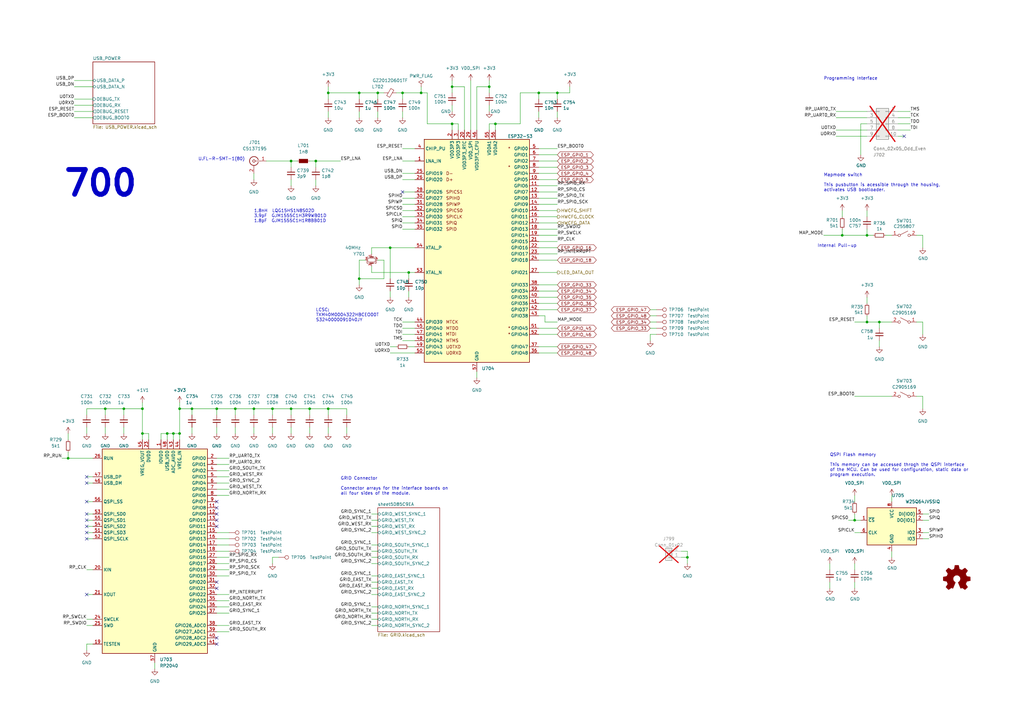
<source format=kicad_sch>
(kicad_sch (version 20231120) (generator "eeschema") (generator_version "8.0")
  (paper "A3")
  (junction (at 88.9 167.64))
  (junction (at 129.54 66.04))
  (junction (at 220.98 38.1))
  (junction (at 71.12 177.8))
  (junction (at 147.32 38.1))
  (junction (at 58.42 177.8))
  (junction (at 172.72 38.1))
  (junction (at 167.64 111.76))
  (junction (at 73.66 177.8))
  (junction (at 147.32 114.3))
  (junction (at 127 167.64))
  (junction (at 73.66 167.64))
  (junction (at 27.94 187.96))
  (junction (at 185.42 50.8))
  (junction (at 350.52 213.36))
  (junction (at 154.94 38.1))
  (junction (at 160.02 101.6))
  (junction (at 355.6 132.08))
  (junction (at 134.62 167.64))
  (junction (at 50.8 167.64))
  (junction (at 119.38 167.64))
  (junction (at 200.66 35.56))
  (junction (at 68.58 177.8))
  (junction (at 96.52 167.64))
  (junction (at 111.76 167.64))
  (junction (at 43.18 167.64))
  (junction (at 104.14 167.64))
  (junction (at 228.6 38.1))
  (junction (at 134.62 38.1))
  (junction (at 58.42 167.64))
  (junction (at 203.2 50.8))
  (junction (at 185.42 35.56))
  (junction (at 78.74 167.64))
  (junction (at 355.6 96.52))
  (junction (at 360.68 132.08))
  (junction (at 345.44 96.52))
  (junction (at 281.94 228.6))
  (junction (at 119.38 66.04))
  (junction (at 165.1 38.1))
  (no_connect (at 370.84 55.88))
  (no_connect (at 165.1 78.74))
  (no_connect (at 35.56 210.82))
  (no_connect (at 35.56 205.74))
  (no_connect (at 35.56 213.36))
  (no_connect (at 35.56 243.84))
  (no_connect (at 35.56 220.98))
  (no_connect (at 35.56 215.9))
  (no_connect (at 35.56 218.44))
  (no_connect (at 35.56 198.12))
  (no_connect (at 35.56 195.58))
  (no_connect (at 88.9 264.16))
  (no_connect (at 88.9 261.62))
  (no_connect (at 88.9 238.76))
  (no_connect (at 88.9 241.3))
  (no_connect (at 88.9 215.9))
  (no_connect (at 88.9 213.36))
  (no_connect (at 88.9 210.82))
  (no_connect (at 88.9 208.28))
  (no_connect (at 88.9 205.74))
  (wire (pts (xy 73.66 167.64) (xy 78.74 167.64)))
  (wire (pts (xy 355.6 121.92) (xy 355.6 124.46)))
  (wire (pts (xy 35.56 198.12) (xy 38.1 198.12)))
  (wire (pts (xy 88.9 218.44) (xy 93.98 218.44)))
  (wire (pts (xy 213.36 38.1) (xy 220.98 38.1)))
  (wire (pts (xy 119.38 175.26) (xy 119.38 177.8)))
  (wire (pts (xy 58.42 180.34) (xy 58.42 177.8)))
  (wire (pts (xy 27.94 187.96) (xy 38.1 187.96)))
  (wire (pts (xy 165.1 93.98) (xy 170.18 93.98)))
  (wire (pts (xy 203.2 50.8) (xy 203.2 53.34)))
  (wire (pts (xy 360.68 139.7) (xy 360.68 142.24)))
  (wire (pts (xy 167.64 111.76) (xy 167.64 114.3)))
  (wire (pts (xy 228.6 38.1) (xy 220.98 38.1)))
  (wire (pts (xy 73.66 180.34) (xy 73.66 177.8)))
  (wire (pts (xy 154.94 228.6) (xy 152.4 228.6)))
  (wire (pts (xy 127 175.26) (xy 127 177.8)))
  (wire (pts (xy 350.52 162.56) (xy 365.76 162.56)))
  (wire (pts (xy 58.42 177.8) (xy 58.42 167.64)))
  (wire (pts (xy 88.9 231.14) (xy 93.98 231.14)))
  (wire (pts (xy 355.6 93.98) (xy 355.6 96.52)))
  (wire (pts (xy 266.7 134.62) (xy 269.24 134.62)))
  (wire (pts (xy 147.32 38.1) (xy 154.94 38.1)))
  (wire (pts (xy 104.14 175.26) (xy 104.14 177.8)))
  (wire (pts (xy 360.68 132.08) (xy 355.6 132.08)))
  (wire (pts (xy 165.1 137.16) (xy 170.18 137.16)))
  (wire (pts (xy 43.18 167.64) (xy 50.8 167.64)))
  (wire (pts (xy 63.5 271.78) (xy 63.5 274.32)))
  (wire (pts (xy 88.9 226.06) (xy 93.98 226.06)))
  (wire (pts (xy 342.9 53.34) (xy 355.6 53.34)))
  (wire (pts (xy 233.68 35.56) (xy 233.68 38.1)))
  (wire (pts (xy 96.52 170.18) (xy 96.52 167.64)))
  (wire (pts (xy 220.98 106.68) (xy 228.6 106.68)))
  (wire (pts (xy 154.94 218.44) (xy 152.4 218.44)))
  (wire (pts (xy 152.4 104.14) (xy 152.4 101.6)))
  (wire (pts (xy 88.9 220.98) (xy 93.98 220.98)))
  (wire (pts (xy 220.98 63.5) (xy 228.6 63.5)))
  (wire (pts (xy 134.62 45.72) (xy 134.62 48.26)))
  (wire (pts (xy 220.98 119.38) (xy 228.6 119.38)))
  (wire (pts (xy 154.94 106.68) (xy 157.48 106.68)))
  (wire (pts (xy 203.2 50.8) (xy 213.36 50.8)))
  (wire (pts (xy 165.1 86.36) (xy 170.18 86.36)))
  (wire (pts (xy 160.02 101.6) (xy 170.18 101.6)))
  (wire (pts (xy 35.56 195.58) (xy 38.1 195.58)))
  (wire (pts (xy 88.9 246.38) (xy 93.98 246.38)))
  (wire (pts (xy 152.4 111.76) (xy 167.64 111.76)))
  (wire (pts (xy 279.4 228.6) (xy 281.94 228.6)))
  (wire (pts (xy 134.62 175.26) (xy 134.62 177.8)))
  (wire (pts (xy 353.06 50.8) (xy 353.06 63.5)))
  (wire (pts (xy 96.52 175.26) (xy 96.52 177.8)))
  (wire (pts (xy 88.9 248.92) (xy 93.98 248.92)))
  (wire (pts (xy 355.6 86.36) (xy 355.6 88.9)))
  (wire (pts (xy 365.76 203.2) (xy 365.76 205.74)))
  (wire (pts (xy 266.7 132.08) (xy 269.24 132.08)))
  (wire (pts (xy 35.56 210.82) (xy 38.1 210.82)))
  (wire (pts (xy 30.48 48.26) (xy 38.1 48.26)))
  (wire (pts (xy 165.1 38.1) (xy 172.72 38.1)))
  (wire (pts (xy 220.98 144.78) (xy 228.6 144.78)))
  (wire (pts (xy 350.52 203.2) (xy 350.52 205.74)))
  (wire (pts (xy 167.64 142.24) (xy 170.18 142.24)))
  (wire (pts (xy 88.9 187.96) (xy 93.98 187.96)))
  (wire (pts (xy 378.46 162.56) (xy 375.92 162.56)))
  (wire (pts (xy 220.98 88.9) (xy 228.6 88.9)))
  (wire (pts (xy 35.56 220.98) (xy 38.1 220.98)))
  (wire (pts (xy 220.98 101.6) (xy 228.6 101.6)))
  (wire (pts (xy 378.46 218.44) (xy 381 218.44)))
  (wire (pts (xy 154.94 45.72) (xy 154.94 48.26)))
  (wire (pts (xy 35.56 213.36) (xy 38.1 213.36)))
  (wire (pts (xy 172.72 38.1) (xy 175.26 38.1)))
  (wire (pts (xy 88.9 259.08) (xy 93.98 259.08)))
  (wire (pts (xy 337.82 96.52) (xy 345.44 96.52)))
  (wire (pts (xy 35.56 233.68) (xy 38.1 233.68)))
  (wire (pts (xy 195.58 35.56) (xy 195.58 53.34)))
  (wire (pts (xy 104.14 170.18) (xy 104.14 167.64)))
  (wire (pts (xy 165.1 83.82) (xy 170.18 83.82)))
  (wire (pts (xy 147.32 106.68) (xy 149.86 106.68)))
  (wire (pts (xy 220.98 129.54) (xy 223.52 129.54)))
  (wire (pts (xy 88.9 223.52) (xy 93.98 223.52)))
  (wire (pts (xy 167.64 119.38) (xy 167.64 121.92)))
  (wire (pts (xy 68.58 177.8) (xy 71.12 177.8)))
  (wire (pts (xy 187.96 53.34) (xy 187.96 50.8)))
  (wire (pts (xy 345.44 93.98) (xy 345.44 96.52)))
  (wire (pts (xy 350.52 231.14) (xy 350.52 233.68)))
  (wire (pts (xy 154.94 223.52) (xy 152.4 223.52)))
  (wire (pts (xy 172.72 35.56) (xy 172.72 38.1)))
  (wire (pts (xy 88.9 200.66) (xy 93.98 200.66)))
  (wire (pts (xy 378.46 96.52) (xy 378.46 101.6)))
  (wire (pts (xy 160.02 142.24) (xy 162.56 142.24)))
  (wire (pts (xy 223.52 132.08) (xy 228.6 132.08)))
  (wire (pts (xy 111.76 167.64) (xy 119.38 167.64)))
  (wire (pts (xy 152.4 101.6) (xy 160.02 101.6)))
  (wire (pts (xy 35.56 175.26) (xy 35.56 177.8)))
  (wire (pts (xy 165.1 91.44) (xy 170.18 91.44)))
  (wire (pts (xy 154.94 241.3) (xy 152.4 241.3)))
  (wire (pts (xy 58.42 165.1) (xy 58.42 167.64)))
  (wire (pts (xy 228.6 60.96) (xy 220.98 60.96)))
  (wire (pts (xy 30.48 40.64) (xy 38.1 40.64)))
  (wire (pts (xy 147.32 114.3) (xy 147.32 116.84)))
  (wire (pts (xy 134.62 167.64) (xy 142.24 167.64)))
  (wire (pts (xy 220.98 83.82) (xy 228.6 83.82)))
  (wire (pts (xy 109.22 66.04) (xy 119.38 66.04)))
  (wire (pts (xy 160.02 144.78) (xy 170.18 144.78)))
  (wire (pts (xy 88.9 198.12) (xy 93.98 198.12)))
  (wire (pts (xy 350.52 213.36) (xy 347.98 213.36)))
  (wire (pts (xy 88.9 228.6) (xy 93.98 228.6)))
  (wire (pts (xy 35.56 256.54) (xy 38.1 256.54)))
  (wire (pts (xy 375.92 96.52) (xy 378.46 96.52)))
  (wire (pts (xy 350.52 132.08) (xy 355.6 132.08)))
  (wire (pts (xy 213.36 38.1) (xy 213.36 50.8)))
  (wire (pts (xy 88.9 170.18) (xy 88.9 167.64)))
  (wire (pts (xy 378.46 210.82) (xy 381 210.82)))
  (wire (pts (xy 281.94 226.06) (xy 279.4 226.06)))
  (wire (pts (xy 73.66 177.8) (xy 73.66 167.64)))
  (wire (pts (xy 165.1 81.28) (xy 170.18 81.28)))
  (wire (pts (xy 154.94 213.36) (xy 152.4 213.36)))
  (wire (pts (xy 355.6 129.54) (xy 355.6 132.08)))
  (wire (pts (xy 228.6 45.72) (xy 228.6 48.26)))
  (wire (pts (xy 353.06 218.44) (xy 350.52 218.44)))
  (wire (pts (xy 165.1 45.72) (xy 165.1 48.26)))
  (wire (pts (xy 190.5 35.56) (xy 190.5 53.34)))
  (wire (pts (xy 368.3 45.72) (xy 373.38 45.72)))
  (wire (pts (xy 30.48 43.18) (xy 38.1 43.18)))
  (wire (pts (xy 30.48 35.56) (xy 38.1 35.56)))
  (wire (pts (xy 185.42 35.56) (xy 185.42 38.1)))
  (wire (pts (xy 266.7 137.16) (xy 269.24 137.16)))
  (wire (pts (xy 88.9 251.46) (xy 93.98 251.46)))
  (wire (pts (xy 370.84 55.88) (xy 368.3 55.88)))
  (wire (pts (xy 35.56 254) (xy 38.1 254)))
  (wire (pts (xy 165.1 60.96) (xy 170.18 60.96)))
  (wire (pts (xy 142.24 175.26) (xy 142.24 177.8)))
  (wire (pts (xy 43.18 170.18) (xy 43.18 167.64)))
  (wire (pts (xy 88.9 203.2) (xy 93.98 203.2)))
  (wire (pts (xy 129.54 66.04) (xy 127 66.04)))
  (wire (pts (xy 200.66 50.8) (xy 203.2 50.8)))
  (wire (pts (xy 111.76 175.26) (xy 111.76 177.8)))
  (wire (pts (xy 200.66 50.8) (xy 200.66 53.34)))
  (wire (pts (xy 119.38 66.04) (xy 121.92 66.04)))
  (wire (pts (xy 154.94 226.06) (xy 152.4 226.06)))
  (wire (pts (xy 160.02 119.38) (xy 160.02 121.92)))
  (wire (pts (xy 88.9 243.84) (xy 93.98 243.84)))
  (wire (pts (xy 88.9 256.54) (xy 93.98 256.54)))
  (wire (pts (xy 154.94 238.76) (xy 152.4 238.76)))
  (wire (pts (xy 165.1 134.62) (xy 170.18 134.62)))
  (wire (pts (xy 154.94 231.14) (xy 152.4 231.14)))
  (wire (pts (xy 378.46 167.64) (xy 378.46 162.56)))
  (wire (pts (xy 88.9 175.26) (xy 88.9 177.8)))
  (wire (pts (xy 147.32 38.1) (xy 147.32 40.64)))
  (wire (pts (xy 281.94 228.6) (xy 281.94 226.06)))
  (wire (pts (xy 185.42 43.18) (xy 185.42 45.72)))
  (wire (pts (xy 119.38 170.18) (xy 119.38 167.64)))
  (wire (pts (xy 38.1 33.02) (xy 30.48 33.02)))
  (wire (pts (xy 104.14 71.12) (xy 104.14 73.66)))
  (wire (pts (xy 68.58 177.8) (xy 68.58 180.34)))
  (wire (pts (xy 35.56 170.18) (xy 35.56 167.64)))
  (wire (pts (xy 154.94 40.64) (xy 154.94 38.1)))
  (wire (pts (xy 185.42 50.8) (xy 175.26 50.8)))
  (wire (pts (xy 368.3 50.8) (xy 373.38 50.8)))
  (wire (pts (xy 220.98 137.16) (xy 228.6 137.16)))
  (wire (pts (xy 165.1 139.7) (xy 170.18 139.7)))
  (wire (pts (xy 154.94 243.84) (xy 152.4 243.84)))
  (wire (pts (xy 71.12 177.8) (xy 71.12 180.34)))
  (wire (pts (xy 342.9 48.26) (xy 355.6 48.26)))
  (wire (pts (xy 88.9 233.68) (xy 93.98 233.68)))
  (wire (pts (xy 378.46 132.08) (xy 375.92 132.08)))
  (wire (pts (xy 154.94 236.22) (xy 152.4 236.22)))
  (wire (pts (xy 233.68 38.1) (xy 228.6 38.1)))
  (wire (pts (xy 35.56 167.64) (xy 43.18 167.64)))
  (wire (pts (xy 88.9 190.5) (xy 93.98 190.5)))
  (wire (pts (xy 342.9 45.72) (xy 355.6 45.72)))
  (wire (pts (xy 340.36 241.3) (xy 340.36 238.76)))
  (wire (pts (xy 60.96 180.34) (xy 60.96 177.8)))
  (wire (pts (xy 30.48 45.72) (xy 38.1 45.72)))
  (wire (pts (xy 281.94 231.14) (xy 281.94 228.6)))
  (wire (pts (xy 96.52 167.64) (xy 104.14 167.64)))
  (wire (pts (xy 104.14 167.64) (xy 111.76 167.64)))
  (wire (pts (xy 27.94 185.42) (xy 27.94 187.96)))
  (wire (pts (xy 190.5 35.56) (xy 185.42 35.56)))
  (wire (pts (xy 220.98 38.1) (xy 220.98 40.64)))
  (wire (pts (xy 340.36 231.14) (xy 340.36 233.68)))
  (wire (pts (xy 35.56 215.9) (xy 38.1 215.9)))
  (wire (pts (xy 43.18 175.26) (xy 43.18 177.8)))
  (wire (pts (xy 165.1 88.9) (xy 170.18 88.9)))
  (wire (pts (xy 35.56 264.16) (xy 35.56 266.7)))
  (wire (pts (xy 127 167.64) (xy 134.62 167.64)))
  (wire (pts (xy 200.66 35.56) (xy 200.66 38.1)))
  (wire (pts (xy 154.94 256.54) (xy 152.4 256.54)))
  (wire (pts (xy 170.18 71.12) (xy 165.1 71.12)))
  (wire (pts (xy 152.4 210.82) (xy 154.94 210.82)))
  (wire (pts (xy 220.98 127) (xy 228.6 127)))
  (wire (pts (xy 152.4 111.76) (xy 152.4 109.22)))
  (wire (pts (xy 220.98 78.74) (xy 228.6 78.74)))
  (wire (pts (xy 147.32 45.72) (xy 147.32 48.26)))
  (wire (pts (xy 365.76 228.6) (xy 365.76 226.06)))
  (wire (pts (xy 220.98 93.98) (xy 228.6 93.98)))
  (wire (pts (xy 185.42 33.02) (xy 185.42 35.56)))
  (wire (pts (xy 134.62 170.18) (xy 134.62 167.64)))
  (wire (pts (xy 345.44 96.52) (xy 355.6 96.52)))
  (wire (pts (xy 154.94 248.92) (xy 152.4 248.92)))
  (wire (pts (xy 154.94 251.46) (xy 152.4 251.46)))
  (wire (pts (xy 50.8 167.64) (xy 58.42 167.64)))
  (wire (pts (xy 142.24 170.18) (xy 142.24 167.64)))
  (wire (pts (xy 220.98 71.12) (xy 228.6 71.12)))
  (wire (pts (xy 88.9 167.64) (xy 96.52 167.64)))
  (wire (pts (xy 378.46 213.36) (xy 381 213.36)))
  (wire (pts (xy 88.9 236.22) (xy 93.98 236.22)))
  (wire (pts (xy 165.1 78.74) (xy 170.18 78.74)))
  (wire (pts (xy 175.26 38.1) (xy 175.26 50.8)))
  (wire (pts (xy 35.56 243.84) (xy 38.1 243.84)))
  (wire (pts (xy 195.58 35.56) (xy 200.66 35.56)))
  (wire (pts (xy 88.9 193.04) (xy 93.98 193.04)))
  (wire (pts (xy 193.04 33.02) (xy 193.04 53.34)))
  (wire (pts (xy 220.98 134.62) (xy 228.6 134.62)))
  (wire (pts (xy 378.46 220.98) (xy 381 220.98)))
  (wire (pts (xy 129.54 66.04) (xy 139.7 66.04)))
  (wire (pts (xy 220.98 81.28) (xy 228.6 81.28)))
  (wire (pts (xy 353.06 50.8) (xy 355.6 50.8)))
  (wire (pts (xy 25.4 187.96) (xy 27.94 187.96)))
  (wire (pts (xy 266.7 129.54) (xy 269.24 129.54)))
  (wire (pts (xy 119.38 66.04) (xy 119.38 68.58)))
  (wire (pts (xy 228.6 38.1) (xy 228.6 40.64)))
  (wire (pts (xy 373.38 48.26) (xy 368.3 48.26)))
  (wire (pts (xy 50.8 167.64) (xy 50.8 170.18)))
  (wire (pts (xy 170.18 73.66) (xy 165.1 73.66)))
  (wire (pts (xy 157.48 114.3) (xy 147.32 114.3)))
  (wire (pts (xy 147.32 114.3) (xy 147.32 106.68)))
  (wire (pts (xy 129.54 68.58) (xy 129.54 66.04)))
  (wire (pts (xy 35.56 205.74) (xy 38.1 205.74)))
  (wire (pts (xy 160.02 101.6) (xy 160.02 114.3)))
  (wire (pts (xy 220.98 86.36) (xy 228.6 86.36)))
  (wire (pts (xy 373.38 53.34) (xy 368.3 53.34)))
  (wire (pts (xy 78.74 175.26) (xy 78.74 177.8)))
  (wire (pts (xy 220.98 116.84) (xy 228.6 116.84)))
  (wire (pts (xy 71.12 177.8) (xy 73.66 177.8)))
  (wire (pts (xy 220.98 68.58) (xy 228.6 68.58)))
  (wire (pts (xy 345.44 86.36) (xy 345.44 88.9)))
  (wire (pts (xy 134.62 35.56) (xy 134.62 38.1)))
  (wire (pts (xy 350.52 241.3) (xy 350.52 238.76)))
  (wire (pts (xy 200.66 33.02) (xy 200.66 35.56)))
  (wire (pts (xy 266.7 139.7) (xy 266.7 137.16)))
  (wire (pts (xy 220.98 96.52) (xy 228.6 96.52)))
  (wire (pts (xy 195.58 152.4) (xy 195.58 154.94)))
  (wire (pts (xy 365.76 132.08) (xy 360.68 132.08)))
  (wire (pts (xy 220.98 111.76) (xy 228.6 111.76)))
  (wire (pts (xy 78.74 167.64) (xy 88.9 167.64)))
  (wire (pts (xy 127 170.18) (xy 127 167.64)))
  (wire (pts (xy 119.38 73.66) (xy 119.38 76.2)))
  (wire (pts (xy 165.1 66.04) (xy 170.18 66.04)))
  (wire (pts (xy 220.98 142.24) (xy 228.6 142.24)))
  (wire (pts (xy 355.6 96.52) (xy 358.14 96.52)))
  (wire (pts (xy 88.9 195.58) (xy 93.98 195.58)))
  (wire (pts (xy 60.96 177.8) (xy 58.42 177.8)))
  (wire (pts (xy 50.8 175.26) (xy 50.8 177.8)))
  (wire (pts (xy 187.96 50.8) (xy 185.42 50.8)))
  (wire (pts (xy 154.94 38.1) (xy 157.48 38.1)))
  (wire (pts (xy 165.1 38.1) (xy 165.1 40.64)))
  (wire (pts (xy 78.74 167.64) (xy 78.74 170.18)))
  (wire (pts (xy 157.48 106.68) (xy 157.48 114.3)))
  (wire (pts (xy 220.98 73.66) (xy 228.6 73.66)))
  (wire (pts (xy 220.98 99.06) (xy 228.6 99.06)))
  (wire (pts (xy 27.94 177.8) (xy 27.94 180.34)))
  (wire (pts (xy 167.64 111.76) (xy 170.18 111.76)))
  (wire (pts (xy 111.76 170.18) (xy 111.76 167.64)))
  (wire (pts (xy 220.98 45.72) (xy 220.98 48.26)))
  (wire (pts (xy 220.98 124.46) (xy 228.6 124.46)))
  (wire (pts (xy 266.7 127) (xy 269.24 127)))
  (wire (pts (xy 66.04 180.34) (xy 66.04 177.8)))
  (wire (pts (xy 129.54 73.66) (xy 129.54 76.2)))
  (wire (pts (xy 152.4 215.9) (xy 154.94 215.9)))
  (wire (pts (xy 35.56 218.44) (xy 38.1 218.44)))
  (wire (pts (xy 119.38 167.64) (xy 127 167.64)))
  (wire (pts (xy 220.98 66.04) (xy 228.6 66.04)))
  (wire (pts (xy 220.98 91.44) (xy 228.6 91.44)))
  (wire (pts (xy 220.98 121.92) (xy 228.6 121.92)))
  (wire (pts (xy 353.06 213.36) (xy 350.52 213.36)))
  (wire (pts (xy 154.94 254) (xy 152.4 254)))
  (wire (pts (xy 378.46 137.16) (xy 378.46 132.08)))
  (wire (pts (xy 73.66 165.1) (xy 73.66 167.64)))
  (wire (pts (xy 342.9 55.88) (xy 355.6 55.88)))
  (wire (pts (xy 162.56 38.1) (xy 165.1 38.1)))
  (wire (pts (xy 111.76 231.14) (xy 111.76 228.6)))
  (wire (pts (xy 200.66 43.18) (xy 200.66 45.72)))
  (wire (pts (xy 134.62 38.1) (xy 134.62 40.64)))
  (wire (pts (xy 185.42 50.8) (xy 185.42 53.34)))
  (wire (pts (xy 360.68 132.08) (xy 360.68 134.62)))
  (wire (pts (xy 350.52 210.82) (xy 350.52 213.36)))
  (wire (pts (xy 66.04 177.8) (xy 68.58 177.8)))
  (wire (pts (xy 35.56 264.16) (xy 38.1 264.16)))
  (wire (pts (xy 363.22 96.52) (xy 365.76 96.52)))
  (wire (pts (xy 165.1 132.08) (xy 170.18 132.08)))
  (wire (pts (xy 220.98 76.2) (xy 228.6 76.2)))
  (wire (pts (xy 220.98 104.14) (xy 228.6 104.14)))
  (wire (pts (xy 111.76 228.6) (xy 114.3 228.6)))
  (wire (pts (xy 134.62 38.1) (xy 147.32 38.1)))
  (wire (pts (xy 223.52 129.54) (xy 223.52 132.08)))
  (text "Mapmode switch\n\nThis pusbutton is acessible through the housing, \nactivates USB bootloader." (at 337.82 78.74 0) (effects (font (size 1.27 1.27)) (justify left bottom)))
  (text "700" (at 25.4 81.28 0) (effects (font (size 10.16 10.16) (thickness 2.032) (bold yes)) (justify left bottom)))
  (text "LCSC:\nTXM40M0004322HBCEO00T\nS3240000091040JY" (at 129.54 132.08 0) (effects (font (size 1.27 1.27)) (justify left bottom)))
  (text "1.8nH  LQG15HS1N8S02D\n3.9pF  GJM1555C1H3R9WB01D\n1.8pF  GJM1555C1H1R8BB01D" (at 104.14 91.44 0) (effects (font (size 1.27 1.27)) (justify left bottom)))
  (text "QSPI Flash memory\n\nThis memory can be accessed throgh the QSPI interface\nof the MCU. Can be used for configuration, static data or\nprogram execution." (at 340.36 195.58 0) (effects (font (size 1.27 1.27)) (justify left bottom)))
  (text "Internal Pull-up" (at 335.28 101.6 0) (effects (font (size 1.27 1.27)) (justify left bottom)))
  (text "GRID Connector\n\nConnector arrays for the interface boards on \nall four sides of the module." (at 139.7 203.2 0) (effects (font (size 1.27 1.27)) (justify left bottom)))
  (text "U.FL-R-SMT-1(80) " (at 81.28 66.04 0) (effects (font (size 1.27 1.27)) (justify left bottom)))
  (text "Programming Interface\n" (at 337.82 33.02 0) (effects (font (size 1.27 1.27)) (justify left bottom)))
  (label "RP_SPI0_CS" (at 93.98 231.14 0))
  (label "GRID_SYNC_1" (at 152.4 223.52 180))
  (label "GRID_EAST_TX" (at 93.98 256.54 0))
  (label "RP_SPI0_RX" (at 93.98 228.6 0))
  (label "GRID_SOUTH_TX" (at 152.4 226.06 180))
  (label "SPICS0" (at 165.1 86.36 180))
  (label "GRID_SYNC_2" (at 152.4 218.44 180))
  (label "GRID_NORTH_TX" (at 93.98 246.38 0))
  (label "GRID_NORTH_TX" (at 152.4 251.46 180))
  (label "GRID_SYNC_2" (at 152.4 256.54 180))
  (label "MAP_MODE" (at 337.82 96.52 180))
  (label "U0TXD" (at 160.02 142.24 180))
  (label "SPICS0" (at 347.98 213.36 180))
  (label "U0TXD" (at 30.48 40.64 180))
  (label "TMS" (at 165.1 139.7 180))
  (label "TCK" (at 165.1 132.08 180))
  (label "GRID_NORTH_RX" (at 93.98 203.2 0))
  (label "RP_SWCLK" (at 35.56 254 180))
  (label "RP_SPI0_RX" (at 228.6 76.2 0))
  (label "GRID_SYNC_1" (at 152.4 210.82 180))
  (label "SPIQ" (at 165.1 91.44 180))
  (label "RP_SPI0_TX" (at 93.98 236.22 0))
  (label "GRID_SYNC_1" (at 152.4 236.22 180))
  (label "U0RXD" (at 160.02 144.78 180))
  (label "TDO" (at 165.1 134.62 180))
  (label "U0RXD" (at 342.9 55.88 180))
  (label "GRID_SOUTH_RX" (at 93.98 259.08 0))
  (label "GRID_SYNC_2" (at 152.4 243.84 180))
  (label "SPIQ" (at 381 213.36 0))
  (label "RP_SPI0_TX" (at 228.6 81.28 0))
  (label "GRID_WEST_RX" (at 152.4 215.9 180))
  (label "GRID_WEST_RX" (at 93.98 195.58 0))
  (label "RP_SWDIO" (at 228.6 93.98 0))
  (label "RP_SWDIO" (at 35.56 256.54 180))
  (label "RP_CLK" (at 35.56 233.68 180))
  (label "RP_SWCLK" (at 228.6 96.52 0))
  (label "RP_SPI0_SCK" (at 93.98 233.68 0))
  (label "RP_UART0_TX" (at 93.98 187.96 0))
  (label "SPID" (at 165.1 93.98 180))
  (label "U0TXD" (at 342.9 53.34 180))
  (label "SPID" (at 381 210.82 0))
  (label "ESP_BOOT0" (at 228.6 60.96 0))
  (label "TDO" (at 373.38 50.8 0))
  (label "TDI" (at 165.1 137.16 180))
  (label "GRID_WEST_TX" (at 93.98 200.66 0))
  (label "RP_INTERRUPT" (at 228.6 104.14 0))
  (label "RP_SPI0_SCK" (at 228.6 83.82 0))
  (label "GRID_EAST_RX" (at 93.98 248.92 0))
  (label "USB_DP" (at 30.48 33.02 180))
  (label "USB_DN" (at 165.1 71.12 180))
  (label "SPIHD" (at 165.1 81.28 180))
  (label "ESP_RESET" (at 165.1 60.96 180))
  (label "USB_DN" (at 30.48 35.56 180))
  (label "TMS" (at 373.38 45.72 0))
  (label "SPIHD" (at 381 220.98 0))
  (label "ESP_LNA" (at 139.7 66.04 0))
  (label "ESP_BOOT0" (at 350.52 162.56 180))
  (label "ESP_BOOT0" (at 30.48 48.26 180))
  (label "RP_UART0_TX" (at 342.9 45.72 180))
  (label "RP_INTERRUPT" (at 93.98 243.84 0))
  (label "GRID_EAST_RX" (at 152.4 241.3 180))
  (label "USB_DP" (at 165.1 73.66 180))
  (label "GRID_SOUTH_TX" (at 93.98 193.04 0))
  (label "GRID_EAST_TX" (at 152.4 238.76 180))
  (label "SPICLK" (at 350.52 218.44 180))
  (label "RP_SPI0_CS" (at 228.6 78.74 0))
  (label "RP_UART0_RX" (at 342.9 48.26 180))
  (label "TCK" (at 373.38 48.26 0))
  (label "RP_RUN" (at 25.4 187.96 180))
  (label "RP_CLK" (at 228.6 99.06 0))
  (label "TDI" (at 373.38 53.34 0))
  (label "GRID_SYNC_1" (at 93.98 251.46 0))
  (label "ESP_RESET" (at 350.52 132.08 180))
  (label "GRID_SOUTH_RX" (at 152.4 228.6 180))
  (label "SPIWP" (at 165.1 83.82 180))
  (label "MAP_MODE" (at 228.6 132.08 0))
  (label "SPICLK" (at 165.1 88.9 180))
  (label "ESP_LNA" (at 165.1 66.04 180))
  (label "GRID_SYNC_1" (at 152.4 248.92 180))
  (label "RP_UART0_RX" (at 93.98 190.5 0))
  (label "ESP_RESET" (at 30.48 45.72 180))
  (label "U0RXD" (at 30.48 43.18 180))
  (label "SPIWP" (at 381 218.44 0))
  (label "GRID_NORTH_RX" (at 152.4 254 180))
  (label "GRID_SYNC_2" (at 93.98 198.12 0))
  (label "GRID_SYNC_2" (at 152.4 231.14 180))
  (label "GRID_WEST_TX" (at 152.4 213.36 180))
  (global_label "ESP_GPIO_33" (shape bidirectional) (at 228.6 116.84 0) (property "Intersheetrefs" "${INTERSHEET_REFS}" (effects (hide yes))))
  (global_label "ESP_GPIO_16" (shape bidirectional) (at 228.6 101.6 0) (property "Intersheetrefs" "${INTERSHEET_REFS}" (effects (hide yes))))
  (global_label "ESP_GPIO_34" (shape bidirectional) (at 266.7 132.08 180) (property "Intersheetrefs" "${INTERSHEET_REFS}" (effects (hide yes))))
  (global_label "ESP_GPIO_47" (shape bidirectional) (at 266.7 127 180) (property "Intersheetrefs" "${INTERSHEET_REFS}" (effects (hide yes))))
  (global_label "ESP_GPIO_48" (shape bidirectional) (at 228.6 144.78 0) (property "Intersheetrefs" "${INTERSHEET_REFS}" (effects (hide yes))))
  (global_label "ESP_GPIO_2" (shape bidirectional) (at 228.6 66.04 0) (property "Intersheetrefs" "${INTERSHEET_REFS}" (effects (hide yes))))
  (global_label "ESP_GPIO_4" (shape bidirectional) (at 228.6 71.12 0) (property "Intersheetrefs" "${INTERSHEET_REFS}" (effects (hide yes))))
  (global_label "ESP_GPIO_1" (shape bidirectional) (at 228.6 63.5 0) (property "Intersheetrefs" "${INTERSHEET_REFS}" (effects (hide yes))))
  (global_label "ESP_GPIO_45" (shape bidirectional) (at 228.6 134.62 0) (property "Intersheetrefs" "${INTERSHEET_REFS}" (effects (hide yes))))
  (global_label "ESP_GPIO_36" (shape bidirectional) (at 228.6 124.46 0) (property "Intersheetrefs" "${INTERSHEET_REFS}" (effects (hide yes))))
  (global_label "ESP_GPIO_18" (shape bidirectional) (at 228.6 106.68 0) (property "Intersheetrefs" "${INTERSHEET_REFS}" (effects (hide yes))))
  (global_label "ESP_GPIO_5" (shape bidirectional) (at 228.6 73.66 0) (property "Intersheetrefs" "${INTERSHEET_REFS}" (effects (hide yes))))
  (global_label "ESP_GPIO_46" (shape bidirectional) (at 228.6 137.16 0) (property "Intersheetrefs" "${INTERSHEET_REFS}" (effects (hide yes))))
  (global_label "ESP_GPIO_48" (shape bidirectional) (at 266.7 129.54 180) (property "Intersheetrefs" "${INTERSHEET_REFS}" (effects (hide yes))))
  (global_label "ESP_GPIO_33" (shape bidirectional) (at 266.7 134.62 180) (property "Intersheetrefs" "${INTERSHEET_REFS}" (effects (hide yes))))
  (global_label "ESP_GPIO_35" (shape bidirectional) (at 228.6 121.92 0) (property "Intersheetrefs" "${INTERSHEET_REFS}" (effects (hide yes))))
  (global_label "ESP_GPIO_34" (shape bidirectional) (at 228.6 119.38 0) (property "Intersheetrefs" "${INTERSHEET_REFS}" (effects (hide yes))))
  (global_label "ESP_GPIO_3" (shape bidirectional) (at 228.6 68.58 0) (property "Intersheetrefs" "${INTERSHEET_REFS}" (effects (hide yes))))
  (global_label "ESP_GPIO_47" (shape bidirectional) (at 228.6 142.24 0) (property "Intersheetrefs" "${INTERSHEET_REFS}" (effects (hide yes))))
  (global_label "ESP_GPIO_37" (shape bidirectional) (at 228.6 127 0) (property "Intersheetrefs" "${INTERSHEET_REFS}" (effects (hide yes))))
  (hierarchical_label "HWCFG_CLOCK" (shape output) (at 228.6 88.9 0))
  (hierarchical_label "HWCFG_DATA" (shape input) (at 228.6 91.44 0))
  (hierarchical_label "HWCFG_SHIFT" (shape output) (at 228.6 86.36 0))
  (hierarchical_label "LED_DATA_OUT" (shape output) (at 228.6 111.76 0))
  (symbol (lib_id "suku_basics:U_FLASH_W25Q16JVSSIQ") (at 365.76 215.9 0) (unit 1)
    (property "Reference" "U705" (at 368.3 203.2 0))
    (property "Value" "W25Q64JVSSIQ" (at 378.46 205.74 0))
    (property "Footprint" "suku_basics:SOIC-8W_FLASH" (effects (hide yes)))
    (property "Datasheet" "http://www.winbond.com/resource-files/w25q32jv%20revg%2003272018%20plus.pdf" (effects (hide yes)))
  )
  (symbol (lib_id "suku_basics:CAP") (at 350.52 236.22 0) (unit 1)
    (property "Reference" "C756" (at 352.8568 235.0516 0) (effects (justify left)))
    (property "Value" "100n" (at 352.8568 237.363 0) (effects (justify left)))
    (property "Footprint" "suku_basics:CAP_0402" (effects (hide yes)))
  )
  (symbol (lib_id "power:GND") (at 365.76 228.6 0) (unit 1)
    (property "Reference" "#PWR0843" (effects (hide yes)))
    (property "Value" "GND" (at 365.887 232.9942 0))
  )
  (symbol (lib_id "power:GND") (at 350.52 241.3 0) (unit 1)
    (property "Reference" "#PWR0838" (effects (hide yes)))
    (property "Value" "GND" (at 350.647 245.6942 0))
  )
  (symbol (lib_id "Switch:SW_SPST") (at 370.84 96.52 0) (unit 1)
    (property "Reference" "SW701" (at 370.84 90.551 0))
    (property "Value" "C255807" (at 370.84 92.8624 0))
    (property "Footprint" "suku_basics:SW_HYP_MAPMODE" (effects (hide yes)))
  )
  (symbol (lib_id "suku_basics:RES") (at 360.68 96.52 270) (unit 1)
    (property "Reference" "R736" (at 360.68 91.5416 90))
    (property "Value" "1k" (at 360.68 93.853 90))
    (property "Footprint" "suku_basics:RES_0402" (effects (hide yes)))
  )
  (symbol (lib_id "power:GND") (at 378.46 101.6 0) (unit 1)
    (property "Reference" "#PWR0844" (effects (hide yes)))
    (property "Value" "GND" (at 378.587 105.9942 0))
  )
  (symbol (lib_id "suku_basics:CAP") (at 355.6 91.44 180) (unit 1)
    (property "Reference" "C757" (at 353.2632 92.6084 0) (effects (justify left)))
    (property "Value" "100n" (at 353.2632 90.297 0) (effects (justify left)))
    (property "Footprint" "suku_basics:CAP_0402" (effects (hide yes)))
  )
  (symbol (lib_id "Connector:TestPoint") (at 269.24 137.16 270) (unit 1)
    (property "Reference" "TP710" (at 274.32 137.16 90) (effects (justify left)))
    (property "Value" "TestPoint" (at 281.94 137.16 90) (effects (justify left)))
    (property "Footprint" "TestPoint:TestPoint_Pad_1.0x1.0mm" (effects (hide yes)))
  )
  (symbol (lib_id "Connector:TestPoint") (at 93.98 226.06 270) (unit 1)
    (property "Reference" "TP704" (at 99.06 226.06 90) (effects (justify left)))
    (property "Value" "TestPoint" (at 106.68 226.06 90) (effects (justify left)))
    (property "Footprint" "TestPoint:TestPoint_Pad_D1.0mm" (effects (hide yes)))
  )
  (symbol (lib_id "suku_basics:CAP") (at 142.24 172.72 0) (unit 1)
    (property "Reference" "C745" (at 139.7 162.56 0) (effects (justify left)))
    (property "Value" "100n" (at 139.7 165.1 0) (effects (justify left)))
    (property "Footprint" "suku_basics:CAP_0402" (effects (hide yes)))
  )
  (symbol (lib_id "suku_basics:CAP") (at 200.66 40.64 0) (unit 1)
    (property "Reference" "C752" (at 202.9968 39.4716 0) (effects (justify left)))
    (property "Value" "100n" (at 202.9968 41.783 0) (effects (justify left)))
    (property "Footprint" "suku_basics:CAP_0402" (effects (hide yes)))
  )
  (symbol (lib_id "power:GND") (at 63.5 274.32 0) (unit 1)
    (property "Reference" "#PWR0799" (effects (hide yes)))
    (property "Value" "GND" (at 63.5 279.4 0))
  )
  (symbol (lib_id "power:GND") (at 43.18 177.8 0) (unit 1)
    (property "Reference" "#PWR0796" (effects (hide yes)))
    (property "Value" "GND" (at 43.18 182.88 0))
  )
  (symbol (lib_id "power:+3V3") (at 355.6 121.92 0) (unit 1)
    (property "Reference" "#PWR0835" (effects (hide yes)))
    (property "Value" "+3V3" (at 355.6 116.84 0))
  )
  (symbol (lib_id "suku_basics:VDD_SPI") (at 365.76 203.2 0) (unit 1)
    (property "Reference" "#PWR0842" (effects (hide yes)))
    (property "Value" "VDD_SPI" (at 365.76 198.12 0))
  )
  (symbol (lib_id "suku_basics:CAP") (at 111.76 172.72 0) (unit 1)
    (property "Reference" "C738" (at 109.22 162.56 0) (effects (justify left)))
    (property "Value" "100n" (at 109.22 165.1 0) (effects (justify left)))
    (property "Footprint" "suku_basics:CAP_0402" (effects (hide yes)))
  )
  (symbol (lib_id "suku_basics:RP2040") (at 63.5 226.06 0) (unit 1)
    (property "Reference" "U703" (at 65.5194 270.51 0) (effects (justify left)))
    (property "Value" "RP2040" (at 65.5194 273.05 0) (effects (justify left)))
    (property "Footprint" "suku_basics:RP2040_QFN-56-1EP_7x7mm_P0.4mm_EP3.2x3.2mm" (effects (hide yes)))
    (property "Datasheet" "https://datasheets.raspberrypi.com/rp2040/rp2040-datasheet.pdf" (effects (hide yes)))
  )
  (symbol (lib_id "power:GND") (at 195.58 154.94 0) (unit 1)
    (property "Reference" "#PWR0825" (effects (hide yes)))
    (property "Value" "GND" (at 195.58 160.02 0))
  )
  (symbol (lib_id "Connector:TestPoint") (at 93.98 223.52 270) (unit 1)
    (property "Reference" "TP703" (at 99.06 223.52 90) (effects (justify left)))
    (property "Value" "TestPoint" (at 106.68 223.52 90) (effects (justify left)))
    (property "Footprint" "TestPoint:TestPoint_Pad_D1.0mm" (effects (hide yes)))
  )
  (symbol (lib_id "suku_basics:CAP") (at 165.1 43.18 0) (unit 1)
    (property "Reference" "C749" (at 167.4368 42.0116 0) (effects (justify left)))
    (property "Value" "100n" (at 167.4368 44.323 0) (effects (justify left)))
    (property "Footprint" "suku_basics:CAP_0402" (effects (hide yes)))
  )
  (symbol (lib_id "power:GND") (at 35.56 266.7 0) (unit 1)
    (property "Reference" "#PWR0795" (effects (hide yes)))
    (property "Value" "GND" (at 35.56 271.78 0))
  )
  (symbol (lib_id "Switch:SW_SPST") (at 370.84 132.08 0) (mirror y) (unit 1)
    (property "Reference" "SW702" (at 370.84 125.73 0))
    (property "Value" "C2905169" (at 370.84 128.27 0))
    (property "Footprint" "Button_Switch_SMD:SW_SPST_CK_RS282G05A3" (effects (hide yes)))
  )
  (symbol (lib_id "suku_basics:CAP") (at 78.74 172.72 0) (unit 1)
    (property "Reference" "C734" (at 76.2 162.56 0) (effects (justify left)))
    (property "Value" "1u" (at 76.2 165.1 0) (effects (justify left)))
    (property "Footprint" "suku_basics:CAP_0402" (effects (hide yes)))
  )
  (symbol (lib_id "power:GND") (at 340.36 241.3 0) (unit 1)
    (property "Reference" "#PWR0834" (effects (hide yes)))
    (property "Value" "GND" (at 340.487 245.6942 0))
  )
  (symbol (lib_id "suku_basics:CAP") (at 35.56 172.72 0) (unit 1)
    (property "Reference" "C731" (at 33.02 162.56 0) (effects (justify left)))
    (property "Value" "100n" (at 33.02 165.1 0) (effects (justify left)))
    (property "Footprint" "suku_basics:CAP_0402" (effects (hide yes)))
  )
  (symbol (lib_id "suku_basics:INDUCTOR") (at 124.46 66.04 90) (unit 1)
    (property "Reference" "L701" (at 124.46 59.69 90))
    (property "Value" "1n8" (at 124.46 62.23 90))
    (property "Footprint" "suku_basics:IND_0402" (effects (hide yes)))
  )
  (symbol (lib_id "suku_basics:CAP") (at 147.32 43.18 0) (unit 1)
    (property "Reference" "C746" (at 149.6568 42.0116 0) (effects (justify left)))
    (property "Value" "1u" (at 149.6568 44.323 0) (effects (justify left)))
    (property "Footprint" "suku_basics:CAP_0402" (effects (hide yes)))
  )
  (symbol (lib_id "power:GND") (at 134.62 177.8 0) (unit 1)
    (property "Reference" "#PWR0814" (effects (hide yes)))
    (property "Value" "GND" (at 134.62 182.88 0))
  )
  (symbol (lib_id "power:GND") (at 165.1 48.26 0) (unit 1)
    (property "Reference" "#PWR0820" (effects (hide yes)))
    (property "Value" "GND" (at 165.1 53.34 0))
  )
  (symbol (lib_id "Connector:TestPoint") (at 269.24 132.08 270) (unit 1)
    (property "Reference" "TP708" (at 274.32 132.08 90) (effects (justify left)))
    (property "Value" "TestPoint" (at 281.94 132.08 90) (effects (justify left)))
    (property "Footprint" "TestPoint:TestPoint_Pad_D1.0mm" (effects (hide yes)))
  )
  (symbol (lib_id "Connector:TestPoint") (at 269.24 129.54 270) (unit 1)
    (property "Reference" "TP707" (at 274.32 129.54 90) (effects (justify left)))
    (property "Value" "TestPoint" (at 281.94 129.54 90) (effects (justify left)))
    (property "Footprint" "TestPoint:TestPoint_Pad_D1.0mm" (effects (hide yes)))
  )
  (symbol (lib_id "power:GND") (at 104.14 177.8 0) (unit 1)
    (property "Reference" "#PWR0805" (effects (hide yes)))
    (property "Value" "GND" (at 104.14 182.88 0))
  )
  (symbol (lib_id "power:GND") (at 147.32 116.84 0) (unit 1)
    (property "Reference" "#PWR0817" (effects (hide yes)))
    (property "Value" "GND" (at 147.32 121.92 0))
  )
  (symbol (lib_id "suku_basics:OSHWA") (at 392.43 237.49 0) (unit 1) (in_bom no)
    (property "Reference" "LOGO701" (effects (hide yes)))
    (property "Value" "OSHWA" (effects (hide yes)))
    (property "Footprint" "suku_basics:OSHWA" (effects (hide yes)))
  )
  (symbol (lib_id "suku_basics:CAP") (at 119.38 172.72 0) (unit 1)
    (property "Reference" "C740" (at 116.84 162.56 0) (effects (justify left)))
    (property "Value" "100n" (at 116.84 165.1 0) (effects (justify left)))
    (property "Footprint" "suku_basics:CAP_0402" (effects (hide yes)))
  )
  (symbol (lib_id "power:GND") (at 78.74 177.8 0) (unit 1)
    (property "Reference" "#PWR0801" (effects (hide yes)))
    (property "Value" "GND" (at 78.74 182.88 0))
  )
  (symbol (lib_id "power:GND") (at 104.14 73.66 0) (unit 1)
    (property "Reference" "#PWR0804" (effects (hide yes)))
    (property "Value" "GND" (at 104.14 78.74 0))
  )
  (symbol (lib_id "power:GND") (at 200.66 45.72 0) (unit 1)
    (property "Reference" "#PWR0827" (effects (hide yes)))
    (property "Value" "GND" (at 203.2 45.72 0))
  )
  (symbol (lib_id "suku_basics:CAP") (at 167.64 116.84 0) (unit 1)
    (property "Reference" "C750" (at 170.18 115.5762 0) (effects (justify left)))
    (property "Value" "10p" (at 170.18 118.1162 0) (effects (justify left)))
    (property "Footprint" "suku_basics:CAP_0402" (effects (hide yes)))
  )
  (symbol (lib_id "suku_basics:ESP32_XTAL") (at 152.4 106.68 270) (unit 1)
    (property "Reference" "Y701" (at 147.32 104.14 90))
    (property "Value" "40MHz" (at 144.78 101.6 90))
    (property "Footprint" "Crystal:Crystal_SMD_Abracon_ABM8G-4Pin_3.2x2.5mm" (effects (hide yes)))
  )
  (symbol (lib_id "power:GND") (at 142.24 177.8 0) (unit 1)
    (property "Reference" "#PWR0815" (effects (hide yes)))
    (property "Value" "GND" (at 142.24 182.88 0))
  )
  (symbol (lib_id "power:GND") (at 353.06 63.5 0) (unit 1)
    (property "Reference" "#PWR0839" (effects (hide yes)))
    (property "Value" "GND" (at 353.187 67.8942 0))
  )
  (symbol (lib_id "suku_basics:CAP") (at 134.62 43.18 0) (unit 1)
    (property "Reference" "C743" (at 136.9568 42.0116 0) (effects (justify left)))
    (property "Value" "10u" (at 136.9568 44.323 0) (effects (justify left)))
    (property "Footprint" "suku_basics:CAP_0402" (effects (hide yes)))
  )
  (symbol (lib_id "Connector_Generic:Conn_02x05_Odd_Even") (at 360.68 50.8 0) (unit 1) (in_bom no) (dnp yes)
    (property "Reference" "J702" (at 358.14 63.5 0) (effects (justify left)))
    (property "Value" "Conn_02x05_Odd_Even" (at 358.14 60.96 0) (effects (justify left)))
    (property "Footprint" "Connector_PinHeader_1.27mm:PinHeader_2x05_P1.27mm_Vertical" (effects (hide yes)))
  )
  (symbol (lib_id "power:GND") (at 228.6 48.26 0) (unit 1)
    (property "Reference" "#PWR0829" (effects (hide yes)))
    (property "Value" "GND" (at 228.6 53.34 0))
  )
  (symbol (lib_id "power:GND") (at 147.32 48.26 0) (unit 1)
    (property "Reference" "#PWR0816" (effects (hide yes)))
    (property "Value" "GND" (at 147.32 53.34 0))
  )
  (symbol (lib_id "suku_basics:RES") (at 345.44 91.44 0) (mirror y) (unit 1)
    (property "Reference" "R701" (at 343.9414 90.2716 0) (effects (justify left)))
    (property "Value" "5k1" (at 343.9414 92.583 0) (effects (justify left)))
    (property "Footprint" "suku_basics:RES_0402" (effects (hide yes)))
  )
  (symbol (lib_id "power:+3V3") (at 355.6 86.36 0) (unit 1)
    (property "Reference" "#PWR0840" (effects (hide yes)))
    (property "Value" "+3V3" (at 355.6 81.28 0))
  )
  (symbol (lib_id "suku_basics:VDD_SPI") (at 350.52 203.2 0) (unit 1)
    (property "Reference" "#PWR0836" (effects (hide yes)))
    (property "Value" "VDD_SPI" (at 350.52 198.12 0))
  )
  (symbol (lib_id "suku_basics:CAP") (at 129.54 71.12 0) (unit 1)
    (property "Reference" "C742" (at 131.8768 69.9516 0) (effects (justify left)))
    (property "Value" "1p8" (at 131.8768 72.263 0) (effects (justify left)))
    (property "Footprint" "suku_basics:CAP_0402" (effects (hide yes)))
  )
  (symbol (lib_id "suku_basics:CAP") (at 88.9 172.72 0) (unit 1)
    (property "Reference" "C735" (at 86.36 162.56 0) (effects (justify left)))
    (property "Value" "100n" (at 86.36 165.1 0) (effects (justify left)))
    (property "Footprint" "suku_basics:CAP_0402" (effects (hide yes)))
  )
  (symbol (lib_id "Connector_Generic:Conn_01x02") (at 274.32 228.6 180) (unit 1) (in_bom no) (dnp yes)
    (property "Reference" "J799" (at 274.32 220.98 0))
    (property "Value" "Conn_01x02" (at 274.32 223.52 0))
    (property "Footprint" "suku_basics:OscilloscopeGround" (effects (hide yes)))
    (instances (project "PCBA-PO16_BU16" (path "" (reference "J799") (unit 1))) (project "MIDI_Host" (path "" (reference "J3") (unit 1))))
  )
  (symbol (lib_id "suku_basics:CAP") (at 50.8 172.72 0) (unit 1)
    (property "Reference" "C733" (at 48.26 162.56 0) (effects (justify left)))
    (property "Value" "1u" (at 48.26 165.1 0) (effects (justify left)))
    (property "Footprint" "suku_basics:CAP_0402" (effects (hide yes)))
  )
  (symbol (lib_id "power:GND") (at 88.9 177.8 0) (unit 1)
    (property "Reference" "#PWR0802" (effects (hide yes)))
    (property "Value" "GND" (at 88.9 182.88 0))
  )
  (symbol (lib_id "power:+3V3") (at 73.66 165.1 0) (unit 1)
    (property "Reference" "#PWR0800" (effects (hide yes)))
    (property "Value" "+3V3" (at 73.66 160.02 0))
  )
  (symbol (lib_id "power:GND") (at 220.98 48.26 0) (unit 1)
    (property "Reference" "#PWR0828" (effects (hide yes)))
    (property "Value" "GND" (at 220.98 53.34 0))
  )
  (symbol (lib_id "power:+3V3") (at 27.94 177.8 0) (unit 1)
    (property "Reference" "#PWR0793" (effects (hide yes)))
    (property "Value" "+3V3" (at 27.94 172.72 0))
  )
  (symbol (lib_id "power:GND") (at 119.38 177.8 0) (unit 1)
    (property "Reference" "#PWR0809" (effects (hide yes)))
    (property "Value" "GND" (at 119.38 182.88 0))
  )
  (symbol (lib_id "power:GND") (at 378.46 137.16 0) (mirror y) (unit 1)
    (property "Reference" "#PWR0845" (effects (hide yes)))
    (property "Value" "GND" (at 378.46 142.24 0))
  )
  (symbol (lib_id "power:GND") (at 96.52 177.8 0) (unit 1)
    (property "Reference" "#PWR0803" (effects (hide yes)))
    (property "Value" "GND" (at 96.52 182.88 0))
  )
  (symbol (lib_id "suku_basics:CAP") (at 154.94 43.18 0) (unit 1)
    (property "Reference" "C747" (at 157.2768 42.0116 0) (effects (justify left)))
    (property "Value" "100n" (at 157.2768 44.323 0) (effects (justify left)))
    (property "Footprint" "suku_basics:CAP_0402" (effects (hide yes)))
  )
  (symbol (lib_id "Connector:TestPoint") (at 114.3 228.6 270) (unit 1)
    (property "Reference" "TP705" (at 119.38 228.6 90) (effects (justify left)))
    (property "Value" "TestPoint" (at 127 228.6 90) (effects (justify left)))
    (property "Footprint" "TestPoint:TestPoint_Pad_1.0x1.0mm" (effects (hide yes)))
  )
  (symbol (lib_id "suku_basics:CAP") (at 43.18 172.72 0) (unit 1)
    (property "Reference" "C732" (at 40.64 162.56 0) (effects (justify left)))
    (property "Value" "100n" (at 40.64 165.1 0) (effects (justify left)))
    (property "Footprint" "suku_basics:CAP_0402" (effects (hide yes)))
  )
  (symbol (lib_id "power:+3V3") (at 200.66 33.02 0) (unit 1)
    (property "Reference" "#PWR0826" (effects (hide yes)))
    (property "Value" "+3V3" (at 200.66 27.94 0))
  )
  (symbol (lib_id "power:GND") (at 127 177.8 0) (unit 1)
    (property "Reference" "#PWR0810" (effects (hide yes)))
    (property "Value" "GND" (at 127 182.88 0))
  )
  (symbol (lib_id "suku_basics:VDD_SPI") (at 193.04 33.02 0) (unit 1)
    (property "Reference" "#PWR0824" (effects (hide yes)))
    (property "Value" "VDD_SPI" (at 193.04 27.94 0))
  )
  (symbol (lib_id "Connector:TestPoint") (at 93.98 220.98 270) (unit 1)
    (property "Reference" "TP702" (at 99.06 220.98 90) (effects (justify left)))
    (property "Value" "TestPoint" (at 106.68 220.98 90) (effects (justify left)))
    (property "Footprint" "TestPoint:TestPoint_Pad_D1.0mm" (effects (hide yes)))
  )
  (symbol (lib_id "power:GND") (at 111.76 177.8 0) (unit 1)
    (property "Reference" "#PWR0806" (effects (hide yes)))
    (property "Value" "GND" (at 111.76 182.88 0))
  )
  (symbol (lib_id "power:GND") (at 266.7 139.7 0) (unit 1)
    (property "Reference" "#PWR0831" (effects (hide yes)))
    (property "Value" "GND" (at 266.7 144.78 0))
  )
  (symbol (lib_id "power:GND") (at 360.68 142.24 0) (mirror y) (unit 1)
    (property "Reference" "#PWR0841" (effects (hide yes)))
    (property "Value" "GND" (at 360.68 147.32 0))
  )
  (symbol (lib_id "power:GND") (at 50.8 177.8 0) (unit 1)
    (property "Reference" "#PWR0797" (effects (hide yes)))
    (property "Value" "GND" (at 50.8 182.88 0))
  )
  (symbol (lib_id "Connector:TestPoint") (at 269.24 127 270) (unit 1)
    (property "Reference" "TP706" (at 274.32 127 90) (effects (justify left)))
    (property "Value" "TestPoint" (at 281.94 127 90) (effects (justify left)))
    (property "Footprint" "TestPoint:TestPoint_Pad_D1.0mm" (effects (hide yes)))
  )
  (symbol (lib_id "suku_basics:CAP") (at 104.14 172.72 0) (unit 1)
    (property "Reference" "C737" (at 101.6 162.56 0) (effects (justify left)))
    (property "Value" "100n" (at 101.6 165.1 0) (effects (justify left)))
    (property "Footprint" "suku_basics:CAP_0402" (effects (hide yes)))
  )
  (symbol (lib_id "power:GND") (at 281.94 231.14 0) (unit 1)
    (property "Reference" "#PWR0101" (effects (hide yes)))
    (property "Value" "GND" (at 281.94 236.22 0))
    (instances (project "PCBA-PO16_BU16" (path "" (reference "#PWR0101") (unit 1))) (project "MIDI_Host" (path "" (reference "#PWR094") (unit 1))))
  )
  (symbol (lib_id "suku_basics:CAP") (at 360.68 137.16 0) (mirror y) (unit 1)
    (property "Reference" "C758" (at 358.14 135.8962 0) (effects (justify left)))
    (property "Value" "1u" (at 358.14 138.4362 0) (effects (justify left)))
    (property "Footprint" "suku_basics:CAP_0402" (effects (hide yes)))
  )
  (symbol (lib_id "suku_basics:CAP") (at 220.98 43.18 0) (unit 1)
    (property "Reference" "C753" (at 223.3168 42.0116 0) (effects (justify left)))
    (property "Value" "10n" (at 223.3168 44.323 0) (effects (justify left)))
    (property "Footprint" "suku_basics:CAP_0402" (effects (hide yes)))
  )
  (symbol (lib_id "power:GND") (at 160.02 121.92 0) (unit 1)
    (property "Reference" "#PWR0819" (effects (hide yes)))
    (property "Value" "GND" (at 160.02 127 0))
  )
  (symbol (lib_id "Connector:TestPoint") (at 93.98 218.44 270) (unit 1)
    (property "Reference" "TP701" (at 99.06 218.44 90) (effects (justify left)))
    (property "Value" "TestPoint" (at 106.68 218.44 90) (effects (justify left)))
    (property "Footprint" "TestPoint:TestPoint_Pad_D1.0mm" (effects (hide yes)))
  )
  (symbol (lib_id "power:GND") (at 111.76 231.14 0) (unit 1)
    (property "Reference" "#PWR0807" (effects (hide yes)))
    (property "Value" "GND" (at 111.76 236.22 0))
  )
  (symbol (lib_id "suku_basics:FERRIT") (at 160.02 38.1 270) (unit 1)
    (property "Reference" "L702" (at 154.94 35.56 90))
    (property "Value" "GZ2012D601TF" (at 160.02 33.02 90))
    (property "Footprint" "suku_basics:FERRIT_0805" (effects (hide yes)))
  )
  (symbol (lib_id "suku_basics:CAP") (at 185.42 40.64 0) (mirror y) (unit 1)
    (property "Reference" "C751" (at 183.0832 39.4716 0) (effects (justify left)))
    (property "Value" "100n" (at 183.0832 41.783 0) (effects (justify left)))
    (property "Footprint" "suku_basics:CAP_0402" (effects (hide yes)))
  )
  (symbol (lib_id "power:GND") (at 154.94 48.26 0) (unit 1)
    (property "Reference" "#PWR0818" (effects (hide yes)))
    (property "Value" "GND" (at 154.94 53.34 0))
  )
  (symbol (lib_id "suku_basics:ESP32-S3") (at 195.58 99.06 0) (unit 1)
    (property "Reference" "U704" (at 197.5994 151.13 0) (effects (justify left)))
    (property "Value" "ESP32-S3" (at 213.36 55.88 0))
    (property "Footprint" "suku_basics:QFN-56-1EP_7x7mm_P0.4mm_EP3.2x3.2mm" (effects (hide yes)))
    (property "Datasheet" "https://www.espressif.com/sites/default/files/documentation/esp32-s3_datasheet_en.pdf" (effects (hide yes)))
  )
  (symbol (lib_id "suku_basics:VDD_SPI") (at 340.36 231.14 0) (unit 1)
    (property "Reference" "#PWR0833" (effects (hide yes)))
    (property "Value" "VDD_SPI" (at 340.36 226.06 0))
  )
  (symbol (lib_id "power:GND") (at 35.56 177.8 0) (unit 1)
    (property "Reference" "#PWR0794" (effects (hide yes)))
    (property "Value" "GND" (at 35.56 182.88 0))
  )
  (symbol (lib_id "suku_basics:CAP") (at 340.36 236.22 0) (unit 1)
    (property "Reference" "C755" (at 342.6968 235.0516 0) (effects (justify left)))
    (property "Value" "1u" (at 342.6968 237.363 0) (effects (justify left)))
    (property "Footprint" "suku_basics:CAP_0402" (effects (hide yes)))
  )
  (symbol (lib_id "suku_basics:RES") (at 350.52 208.28 0) (unit 1)
    (property "Reference" "R734" (at 347.98 205.74 0))
    (property "Value" "5k1" (at 347.98 208.28 0))
    (property "Footprint" "suku_basics:RES_0402" (effects (hide yes)))
  )
  (symbol (lib_id "power:GND") (at 378.46 167.64 0) (mirror y) (unit 1)
    (property "Reference" "#PWR0846" (effects (hide yes)))
    (property "Value" "GND" (at 378.46 172.72 0))
  )
  (symbol (lib_id "power:+3V3") (at 345.44 86.36 0) (unit 1)
    (property "Reference" "#PWR01105" (effects (hide yes)))
    (property "Value" "+3V3" (at 345.44 81.28 0))
  )
  (symbol (lib_id "suku_basics:CAP") (at 160.02 116.84 0) (unit 1)
    (property "Reference" "C748" (at 162.56 115.5762 0) (effects (justify left)))
    (property "Value" "10p" (at 162.56 118.1162 0) (effects (justify left)))
    (property "Footprint" "suku_basics:CAP_0402" (effects (hide yes)))
  )
  (symbol (lib_id "power:GND") (at 167.64 121.92 0) (unit 1)
    (property "Reference" "#PWR0821" (effects (hide yes)))
    (property "Value" "GND" (at 167.64 127 0))
  )
  (symbol (lib_id "suku_basics:VDD_SPI") (at 350.52 231.14 0) (unit 1)
    (property "Reference" "#PWR0837" (effects (hide yes)))
    (property "Value" "VDD_SPI" (at 350.52 226.06 0))
  )
  (symbol (lib_id "Switch:SW_SPST") (at 370.84 162.56 0) (mirror y) (unit 1)
    (property "Reference" "SW703" (at 370.84 156.21 0))
    (property "Value" "C2905169" (at 370.84 158.75 0))
    (property "Footprint" "Button_Switch_SMD:SW_SPST_CK_RS282G05A3" (effects (hide yes)))
  )
  (symbol (lib_id "Connector:TestPoint") (at 269.24 134.62 270) (unit 1)
    (property "Reference" "TP709" (at 274.32 134.62 90) (effects (justify left)))
    (property "Value" "TestPoint" (at 281.94 134.62 90) (effects (justify left)))
    (property "Footprint" "TestPoint:TestPoint_Pad_D1.0mm" (effects (hide yes)))
  )
  (symbol (lib_id "power:+3V3") (at 233.68 35.56 0) (unit 1)
    (property "Reference" "#PWR0830" (effects (hide yes)))
    (property "Value" "+3V3" (at 233.68 30.48 0))
  )
  (symbol (lib_id "power:GND") (at 129.54 76.2 0) (unit 1)
    (property "Reference" "#PWR0811" (effects (hide yes)))
    (property "Value" "GND" (at 129.54 81.28 0))
  )
  (symbol (lib_id "suku_basics:RES") (at 355.6 127 0) (mirror y) (unit 1)
    (property "Reference" "R735" (at 354.1014 125.8316 0) (effects (justify left)))
    (property "Value" "5k1" (at 354.1014 128.143 0) (effects (justify left)))
    (property "Footprint" "suku_basics:RES_0402" (effects (hide yes)))
  )
  (symbol (lib_id "suku_basics:CAP") (at 119.38 71.12 0) (unit 1)
    (property "Reference" "C739" (at 121.7168 69.9516 0) (effects (justify left)))
    (property "Value" "3p9" (at 121.7168 72.263 0) (effects (justify left)))
    (property "Footprint" "suku_basics:CAP_0402" (effects (hide yes)))
  )
  (symbol (lib_id "suku_basics:CAP") (at 134.62 172.72 0) (unit 1)
    (property "Reference" "C744" (at 132.08 162.56 0) (effects (justify left)))
    (property "Value" "100n" (at 132.08 165.1 0) (effects (justify left)))
    (property "Footprint" "suku_basics:CAP_0402" (effects (hide yes)))
  )
  (symbol (lib_id "power:GND") (at 119.38 76.2 0) (unit 1)
    (property "Reference" "#PWR0808" (effects (hide yes)))
    (property "Value" "GND" (at 119.38 81.28 0))
  )
  (symbol (lib_id "power:PWR_FLAG") (at 172.72 35.56 0) (unit 1)
    (property "Reference" "#FLG0701" (effects (hide yes)))
    (property "Value" "PWR_FLAG" (at 172.72 31.1658 0))
  )
  (symbol (lib_id "suku_basics:RES") (at 27.94 182.88 0) (unit 1)
    (property "Reference" "R729" (at 22.86 180.34 0))
    (property "Value" "5k1" (at 22.86 182.88 0))
    (property "Footprint" "suku_basics:RES_0402" (effects (hide yes)))
  )
  (symbol (lib_id "power:+3V3") (at 134.62 35.56 0) (unit 1)
    (property "Reference" "#PWR0812" (effects (hide yes)))
    (property "Value" "+3V3" (at 134.62 30.48 0))
  )
  (symbol (lib_id "power:GND") (at 134.62 48.26 0) (unit 1)
    (property "Reference" "#PWR0813" (effects (hide yes)))
    (property "Value" "GND" (at 134.62 53.34 0))
  )
  (symbol (lib_id "power:GND") (at 185.42 45.72 0) (mirror y) (unit 1)
    (property "Reference" "#PWR0823" (effects (hide yes)))
    (property "Value" "GND" (at 182.88 45.72 0))
  )
  (symbol (lib_id "Connector:Conn_Coaxial") (at 104.14 66.04 0) (mirror y) (unit 1)
    (property "Reference" "J701" (at 104.4574 58.42 0))
    (property "Value" "C5137195" (at 104.4574 60.96 0))
    (property "Footprint" "Connector_Coaxial:U.FL_Molex_MCRF_73412-0110_Vertical" (effects (hide yes)))
    (property "Datasheet" " ~" (effects (hide yes)))
  )
  (symbol (lib_id "power:+3V3") (at 185.42 33.02 0) (unit 1)
    (property "Reference" "#PWR0822" (effects (hide yes)))
    (property "Value" "+3V3" (at 185.42 27.94 0))
  )
  (symbol (lib_id "suku_basics:CAP") (at 127 172.72 0) (unit 1)
    (property "Reference" "C741" (at 124.46 162.56 0) (effects (justify left)))
    (property "Value" "100n" (at 124.46 165.1 0) (effects (justify left)))
    (property "Footprint" "suku_basics:CAP_0402" (effects (hide yes)))
  )
  (symbol (lib_id "power:+1V1") (at 58.42 165.1 0) (unit 1)
    (property "Reference" "#PWR0798" (effects (hide yes)))
    (property "Value" "+1V1" (at 58.42 160.02 0))
  )
  (symbol (lib_id "suku_basics:CAP") (at 228.6 43.18 0) (unit 1)
    (property "Reference" "C754" (at 230.9368 42.0116 0) (effects (justify left)))
    (property "Value" "1u" (at 230.9368 44.323 0) (effects (justify left)))
    (property "Footprint" "suku_basics:CAP_0402" (effects (hide yes)))
  )
  (symbol (lib_id "suku_basics:RES") (at 165.1 142.24 270) (unit 1)
    (property "Reference" "R733" (at 165.1 147.32 90))
    (property "Value" "1k" (at 165.1 149.86 90))
    (property "Footprint" "suku_basics:RES_0402" (effects (hide yes)))
  )
  (symbol (lib_id "suku_basics:CAP") (at 96.52 172.72 0) (unit 1)
    (property "Reference" "C736" (at 93.98 162.56 0) (effects (justify left)))
    (property "Value" "100n" (at 93.98 165.1 0) (effects (justify left)))
    (property "Footprint" "suku_basics:CAP_0402" (effects (hide yes)))
  )
  (sheet (at 154.94 208.28) (size 25.4 50.8)
    (property "Sheetname" "sheet5D85C9EA" (at 154.94 207.5684 0) (effects (justify left bottom)))
    (property "Sheetfile" "GRID.kicad_sch" (at 154.94 259.6646 0) (effects (justify left top)))
    (pin "GRID_WEST_SYNC_1" bidirectional (at 154.94 210.82 180))
    (pin "GRID_WEST_TX" bidirectional (at 154.94 213.36 180))
    (pin "GRID_WEST_RX" bidirectional (at 154.94 215.9 180))
    (pin "GRID_WEST_SYNC_2" bidirectional (at 154.94 218.44 180))
    (pin "GRID_EAST_SYNC_1" bidirectional (at 154.94 236.22 180))
    (pin "GRID_EAST_TX" bidirectional (at 154.94 238.76 180))
    (pin "GRID_EAST_RX" bidirectional (at 154.94 241.3 180))
    (pin "GRID_EAST_SYNC_2" bidirectional (at 154.94 243.84 180))
    (pin "GRID_NORTH_SYNC_1" bidirectional (at 154.94 248.92 180))
    (pin "GRID_NORTH_TX" bidirectional (at 154.94 251.46 180))
    (pin "GRID_NORTH_RX" bidirectional (at 154.94 254 180))
    (pin "GRID_NORTH_SYNC_2" bidirectional (at 154.94 256.54 180))
    (pin "GRID_SOUTH_SYNC_1" bidirectional (at 154.94 223.52 180))
    (pin "GRID_SOUTH_TX" bidirectional (at 154.94 226.06 180))
    (pin "GRID_SOUTH_RX" bidirectional (at 154.94 228.6 180))
    (pin "GRID_SOUTH_SYNC_2" bidirectional (at 154.94 231.14 180))
  )
  (sheet (at 38.1 25.4) (size 25.4 25.4)
    (property "Sheetname" "USB_POWER" (at 38.1 24.6884 0) (effects (justify left bottom)))
    (property "Sheetfile" "USB_POWER.kicad_sch" (at 38.1 51.3846 0) (effects (justify left top)))
    (pin "USB_DATA_P" bidirectional (at 38.1 33.02 180))
    (pin "USB_DATA_N" bidirectional (at 38.1 35.56 180))
    (pin "DEBUG_TX" input (at 38.1 40.64 180))
    (pin "DEBUG_RX" output (at 38.1 43.18 180))
    (pin "DEBUG_RESET" output (at 38.1 45.72 180))
    (pin "DEBUG_BOOT0" output (at 38.1 48.26 180))
  )
)
</source>
